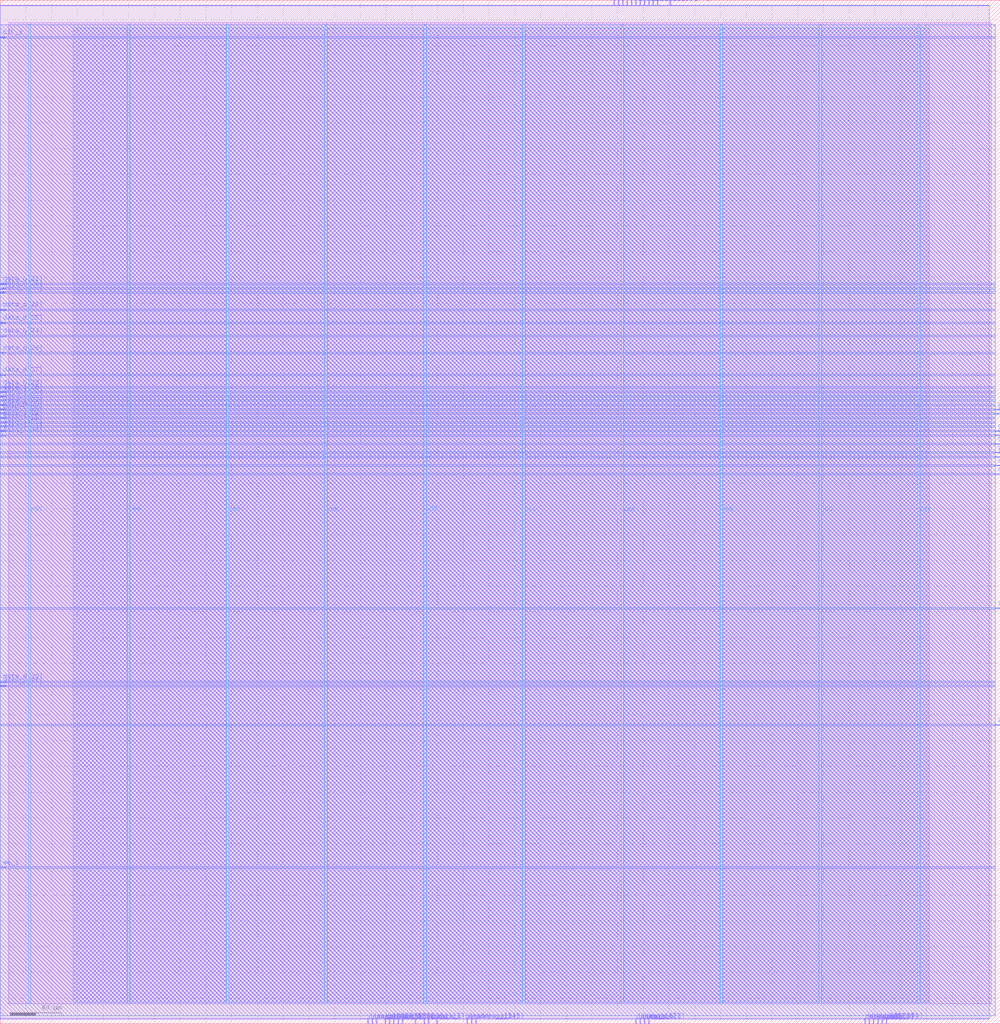
<source format=lef>
VERSION 5.7 ;
  NOWIREEXTENSIONATPIN ON ;
  DIVIDERCHAR "/" ;
  BUSBITCHARS "[]" ;
MACRO ram_6x64
  CLASS BLOCK ;
  FOREIGN ram_6x64 ;
  ORIGIN 0.000 0.000 ;
  SIZE 777.420 BY 795.340 ;
  PIN address_i[0]
    DIRECTION INPUT ;
    USE SIGNAL ;
    ANTENNAGATEAREA 0.726000 ;
    ANTENNADIFFAREA 0.410400 ;
    PORT
      LAYER Metal3 ;
        RECT 773.420 440.160 777.420 440.720 ;
    END
  END address_i[0]
  PIN address_i[1]
    DIRECTION INPUT ;
    USE SIGNAL ;
    ANTENNAGATEAREA 1.102000 ;
    ANTENNADIFFAREA 0.410400 ;
    PORT
      LAYER Metal3 ;
        RECT 773.420 231.840 777.420 232.400 ;
    END
  END address_i[1]
  PIN address_i[2]
    DIRECTION INPUT ;
    USE SIGNAL ;
    ANTENNAGATEAREA 0.726000 ;
    ANTENNADIFFAREA 0.410400 ;
    PORT
      LAYER Metal3 ;
        RECT 773.420 322.560 777.420 323.120 ;
    END
  END address_i[2]
  PIN address_i[3]
    DIRECTION INPUT ;
    USE SIGNAL ;
    ANTENNAGATEAREA 0.726000 ;
    ANTENNADIFFAREA 0.410400 ;
    PORT
      LAYER Metal2 ;
        RECT 362.880 0.000 363.440 4.000 ;
    END
  END address_i[3]
  PIN address_i[4]
    DIRECTION INPUT ;
    USE SIGNAL ;
    ANTENNAGATEAREA 1.102000 ;
    ANTENNADIFFAREA 0.410400 ;
    PORT
      LAYER Metal2 ;
        RECT 366.240 0.000 366.800 4.000 ;
    END
  END address_i[4]
  PIN address_i[5]
    DIRECTION INPUT ;
    USE SIGNAL ;
    ANTENNAGATEAREA 1.183000 ;
    ANTENNADIFFAREA 0.410400 ;
    PORT
      LAYER Metal2 ;
        RECT 369.600 0.000 370.160 4.000 ;
    END
  END address_i[5]
  PIN clk_i
    DIRECTION INPUT ;
    USE SIGNAL ;
    ANTENNAGATEAREA 4.738000 ;
    ANTENNADIFFAREA 0.410400 ;
    PORT
      LAYER Metal3 ;
        RECT 0.000 766.080 4.000 766.640 ;
    END
  END clk_i
  PIN data_i[0]
    DIRECTION INPUT ;
    USE SIGNAL ;
    ANTENNAGATEAREA 0.741000 ;
    ANTENNADIFFAREA 0.410400 ;
    PORT
      LAYER Metal2 ;
        RECT 339.360 0.000 339.920 4.000 ;
    END
  END data_i[0]
  PIN data_i[10]
    DIRECTION INPUT ;
    USE SIGNAL ;
    ANTENNAGATEAREA 0.726000 ;
    ANTENNADIFFAREA 0.410400 ;
    PORT
      LAYER Metal3 ;
        RECT 773.420 426.720 777.420 427.280 ;
    END
  END data_i[10]
  PIN data_i[11]
    DIRECTION INPUT ;
    USE SIGNAL ;
    ANTENNAGATEAREA 0.726000 ;
    ANTENNADIFFAREA 0.410400 ;
    PORT
      LAYER Metal3 ;
        RECT 773.420 433.440 777.420 434.000 ;
    END
  END data_i[11]
  PIN data_i[12]
    DIRECTION INPUT ;
    USE SIGNAL ;
    ANTENNAGATEAREA 0.726000 ;
    ANTENNADIFFAREA 0.410400 ;
    PORT
      LAYER Metal3 ;
        RECT 773.420 443.520 777.420 444.080 ;
    END
  END data_i[12]
  PIN data_i[13]
    DIRECTION INPUT ;
    USE SIGNAL ;
    ANTENNAGATEAREA 0.726000 ;
    ANTENNADIFFAREA 0.410400 ;
    PORT
      LAYER Metal3 ;
        RECT 773.420 450.240 777.420 450.800 ;
    END
  END data_i[13]
  PIN data_i[14]
    DIRECTION INPUT ;
    USE SIGNAL ;
    ANTENNAGATEAREA 1.102000 ;
    ANTENNADIFFAREA 0.410400 ;
    PORT
      LAYER Metal2 ;
        RECT 487.200 791.340 487.760 795.340 ;
    END
  END data_i[14]
  PIN data_i[15]
    DIRECTION INPUT ;
    USE SIGNAL ;
    ANTENNAGATEAREA 0.498500 ;
    ANTENNADIFFAREA 0.410400 ;
    PORT
      LAYER Metal2 ;
        RECT 477.120 791.340 477.680 795.340 ;
    END
  END data_i[15]
  PIN data_i[16]
    DIRECTION INPUT ;
    USE SIGNAL ;
    ANTENNAGATEAREA 0.498500 ;
    ANTENNADIFFAREA 0.410400 ;
    PORT
      LAYER Metal2 ;
        RECT 480.480 791.340 481.040 795.340 ;
    END
  END data_i[16]
  PIN data_i[17]
    DIRECTION INPUT ;
    USE SIGNAL ;
    ANTENNAGATEAREA 0.498500 ;
    ANTENNADIFFAREA 0.410400 ;
    PORT
      LAYER Metal2 ;
        RECT 483.840 791.340 484.400 795.340 ;
    END
  END data_i[17]
  PIN data_i[18]
    DIRECTION INPUT ;
    USE SIGNAL ;
    ANTENNAGATEAREA 0.726000 ;
    ANTENNADIFFAREA 0.410400 ;
    PORT
      LAYER Metal2 ;
        RECT 490.560 791.340 491.120 795.340 ;
    END
  END data_i[18]
  PIN data_i[19]
    DIRECTION INPUT ;
    USE SIGNAL ;
    ANTENNAGATEAREA 0.726000 ;
    ANTENNADIFFAREA 0.410400 ;
    PORT
      LAYER Metal2 ;
        RECT 493.920 791.340 494.480 795.340 ;
    END
  END data_i[19]
  PIN data_i[1]
    DIRECTION INPUT ;
    USE SIGNAL ;
    ANTENNAGATEAREA 0.741000 ;
    ANTENNADIFFAREA 0.410400 ;
    PORT
      LAYER Metal2 ;
        RECT 329.280 0.000 329.840 4.000 ;
    END
  END data_i[1]
  PIN data_i[20]
    DIRECTION INPUT ;
    USE SIGNAL ;
    ANTENNAGATEAREA 0.498500 ;
    ANTENNADIFFAREA 0.410400 ;
    PORT
      LAYER Metal3 ;
        RECT 0.000 456.960 4.000 457.520 ;
    END
  END data_i[20]
  PIN data_i[21]
    DIRECTION INPUT ;
    USE SIGNAL ;
    ANTENNAGATEAREA 0.498500 ;
    ANTENNADIFFAREA 0.410400 ;
    PORT
      LAYER Metal3 ;
        RECT 0.000 460.320 4.000 460.880 ;
    END
  END data_i[21]
  PIN data_i[22]
    DIRECTION INPUT ;
    USE SIGNAL ;
    ANTENNAGATEAREA 0.498500 ;
    ANTENNADIFFAREA 0.410400 ;
    PORT
      LAYER Metal3 ;
        RECT 0.000 483.840 4.000 484.400 ;
    END
  END data_i[22]
  PIN data_i[23]
    DIRECTION INPUT ;
    USE SIGNAL ;
    ANTENNAGATEAREA 0.498500 ;
    ANTENNADIFFAREA 0.410400 ;
    PORT
      LAYER Metal3 ;
        RECT 0.000 463.680 4.000 464.240 ;
    END
  END data_i[23]
  PIN data_i[24]
    DIRECTION INPUT ;
    USE SIGNAL ;
    ANTENNAGATEAREA 0.498500 ;
    ANTENNADIFFAREA 0.410400 ;
    PORT
      LAYER Metal3 ;
        RECT 0.000 470.400 4.000 470.960 ;
    END
  END data_i[24]
  PIN data_i[25]
    DIRECTION INPUT ;
    USE SIGNAL ;
    ANTENNAGATEAREA 0.498500 ;
    ANTENNADIFFAREA 0.410400 ;
    PORT
      LAYER Metal3 ;
        RECT 0.000 473.760 4.000 474.320 ;
    END
  END data_i[25]
  PIN data_i[26]
    DIRECTION INPUT ;
    USE SIGNAL ;
    ANTENNAGATEAREA 0.498500 ;
    ANTENNADIFFAREA 0.410400 ;
    PORT
      LAYER Metal3 ;
        RECT 0.000 490.560 4.000 491.120 ;
    END
  END data_i[26]
  PIN data_i[27]
    DIRECTION INPUT ;
    USE SIGNAL ;
    ANTENNAGATEAREA 0.498500 ;
    ANTENNADIFFAREA 0.410400 ;
    PORT
      LAYER Metal3 ;
        RECT 0.000 480.480 4.000 481.040 ;
    END
  END data_i[27]
  PIN data_i[28]
    DIRECTION INPUT ;
    USE SIGNAL ;
    ANTENNAGATEAREA 0.741000 ;
    ANTENNADIFFAREA 0.410400 ;
    PORT
      LAYER Metal3 ;
        RECT 0.000 467.040 4.000 467.600 ;
    END
  END data_i[28]
  PIN data_i[29]
    DIRECTION INPUT ;
    USE SIGNAL ;
    ANTENNAGATEAREA 0.498500 ;
    ANTENNADIFFAREA 0.410400 ;
    PORT
      LAYER Metal3 ;
        RECT 0.000 487.200 4.000 487.760 ;
    END
  END data_i[29]
  PIN data_i[2]
    DIRECTION INPUT ;
    USE SIGNAL ;
    ANTENNAGATEAREA 0.741000 ;
    ANTENNADIFFAREA 0.410400 ;
    PORT
      LAYER Metal2 ;
        RECT 312.480 0.000 313.040 4.000 ;
    END
  END data_i[2]
  PIN data_i[30]
    DIRECTION INPUT ;
    USE SIGNAL ;
    ANTENNAGATEAREA 0.498500 ;
    ANTENNADIFFAREA 0.410400 ;
    PORT
      LAYER Metal2 ;
        RECT 285.600 0.000 286.160 4.000 ;
    END
  END data_i[30]
  PIN data_i[31]
    DIRECTION INPUT ;
    USE SIGNAL ;
    ANTENNAGATEAREA 0.498500 ;
    ANTENNADIFFAREA 0.410400 ;
    PORT
      LAYER Metal2 ;
        RECT 288.960 0.000 289.520 4.000 ;
    END
  END data_i[31]
  PIN data_i[3]
    DIRECTION INPUT ;
    USE SIGNAL ;
    ANTENNAGATEAREA 0.741000 ;
    ANTENNADIFFAREA 0.410400 ;
    PORT
      LAYER Metal2 ;
        RECT 332.640 0.000 333.200 4.000 ;
    END
  END data_i[3]
  PIN data_i[4]
    DIRECTION INPUT ;
    USE SIGNAL ;
    ANTENNAGATEAREA 0.741000 ;
    ANTENNADIFFAREA 0.410400 ;
    PORT
      LAYER Metal2 ;
        RECT 322.560 0.000 323.120 4.000 ;
    END
  END data_i[4]
  PIN data_i[5]
    DIRECTION INPUT ;
    USE SIGNAL ;
    ANTENNAGATEAREA 0.498500 ;
    ANTENNADIFFAREA 0.410400 ;
    PORT
      LAYER Metal2 ;
        RECT 305.760 0.000 306.320 4.000 ;
    END
  END data_i[5]
  PIN data_i[6]
    DIRECTION INPUT ;
    USE SIGNAL ;
    ANTENNAGATEAREA 0.741000 ;
    ANTENNADIFFAREA 0.410400 ;
    PORT
      LAYER Metal2 ;
        RECT 309.120 0.000 309.680 4.000 ;
    END
  END data_i[6]
  PIN data_i[7]
    DIRECTION INPUT ;
    USE SIGNAL ;
    ANTENNAGATEAREA 0.741000 ;
    ANTENNADIFFAREA 0.410400 ;
    PORT
      LAYER Metal2 ;
        RECT 299.040 0.000 299.600 4.000 ;
    END
  END data_i[7]
  PIN data_i[8]
    DIRECTION INPUT ;
    USE SIGNAL ;
    ANTENNAGATEAREA 0.726000 ;
    ANTENNADIFFAREA 0.410400 ;
    PORT
      LAYER Metal2 ;
        RECT 292.320 0.000 292.880 4.000 ;
    END
  END data_i[8]
  PIN data_i[9]
    DIRECTION INPUT ;
    USE SIGNAL ;
    ANTENNAGATEAREA 0.498500 ;
    ANTENNADIFFAREA 0.410400 ;
    PORT
      LAYER Metal2 ;
        RECT 302.400 0.000 302.960 4.000 ;
    END
  END data_i[9]
  PIN data_o[0]
    DIRECTION OUTPUT TRISTATE ;
    USE SIGNAL ;
    ANTENNADIFFAREA 2.080400 ;
    PORT
      LAYER Metal2 ;
        RECT 497.280 0.000 497.840 4.000 ;
    END
  END data_o[0]
  PIN data_o[10]
    DIRECTION OUTPUT TRISTATE ;
    USE SIGNAL ;
    ANTENNADIFFAREA 2.080400 ;
    PORT
      LAYER Metal3 ;
        RECT 773.420 460.320 777.420 460.880 ;
    END
  END data_o[10]
  PIN data_o[11]
    DIRECTION OUTPUT TRISTATE ;
    USE SIGNAL ;
    ANTENNADIFFAREA 2.080400 ;
    PORT
      LAYER Metal2 ;
        RECT 507.360 791.340 507.920 795.340 ;
    END
  END data_o[11]
  PIN data_o[12]
    DIRECTION OUTPUT TRISTATE ;
    USE SIGNAL ;
    ANTENNADIFFAREA 1.986000 ;
    PORT
      LAYER Metal3 ;
        RECT 773.420 456.960 777.420 457.520 ;
    END
  END data_o[12]
  PIN data_o[13]
    DIRECTION OUTPUT TRISTATE ;
    USE SIGNAL ;
    ANTENNADIFFAREA 2.080400 ;
    PORT
      LAYER Metal2 ;
        RECT 504.000 791.340 504.560 795.340 ;
    END
  END data_o[13]
  PIN data_o[14]
    DIRECTION OUTPUT TRISTATE ;
    USE SIGNAL ;
    ANTENNADIFFAREA 2.080400 ;
    PORT
      LAYER Metal3 ;
        RECT 773.420 477.120 777.420 477.680 ;
    END
  END data_o[14]
  PIN data_o[15]
    DIRECTION OUTPUT TRISTATE ;
    USE SIGNAL ;
    ANTENNADIFFAREA 1.986000 ;
    PORT
      LAYER Metal3 ;
        RECT 773.420 473.760 777.420 474.320 ;
    END
  END data_o[15]
  PIN data_o[16]
    DIRECTION OUTPUT TRISTATE ;
    USE SIGNAL ;
    ANTENNADIFFAREA 2.080400 ;
    PORT
      LAYER Metal2 ;
        RECT 520.800 791.340 521.360 795.340 ;
    END
  END data_o[16]
  PIN data_o[17]
    DIRECTION OUTPUT TRISTATE ;
    USE SIGNAL ;
    ANTENNADIFFAREA 2.080400 ;
    PORT
      LAYER Metal2 ;
        RECT 500.640 791.340 501.200 795.340 ;
    END
  END data_o[17]
  PIN data_o[18]
    DIRECTION OUTPUT TRISTATE ;
    USE SIGNAL ;
    ANTENNADIFFAREA 2.080400 ;
    PORT
      LAYER Metal2 ;
        RECT 510.720 791.340 511.280 795.340 ;
    END
  END data_o[18]
  PIN data_o[19]
    DIRECTION OUTPUT TRISTATE ;
    USE SIGNAL ;
    ANTENNADIFFAREA 2.080400 ;
    PORT
      LAYER Metal2 ;
        RECT 497.280 791.340 497.840 795.340 ;
    END
  END data_o[19]
  PIN data_o[1]
    DIRECTION OUTPUT TRISTATE ;
    USE SIGNAL ;
    ANTENNADIFFAREA 2.080400 ;
    PORT
      LAYER Metal2 ;
        RECT 493.920 0.000 494.480 4.000 ;
    END
  END data_o[1]
  PIN data_o[20]
    DIRECTION OUTPUT TRISTATE ;
    USE SIGNAL ;
    ANTENNADIFFAREA 1.986000 ;
    PORT
      LAYER Metal3 ;
        RECT 0.000 571.200 4.000 571.760 ;
    END
  END data_o[20]
  PIN data_o[21]
    DIRECTION OUTPUT TRISTATE ;
    USE SIGNAL ;
    ANTENNADIFFAREA 1.986000 ;
    PORT
      LAYER Metal3 ;
        RECT 0.000 574.560 4.000 575.120 ;
    END
  END data_o[21]
  PIN data_o[22]
    DIRECTION OUTPUT TRISTATE ;
    USE SIGNAL ;
    ANTENNADIFFAREA 1.986000 ;
    PORT
      LAYER Metal3 ;
        RECT 0.000 554.400 4.000 554.960 ;
    END
  END data_o[22]
  PIN data_o[23]
    DIRECTION OUTPUT TRISTATE ;
    USE SIGNAL ;
    ANTENNADIFFAREA 1.986000 ;
    PORT
      LAYER Metal3 ;
        RECT 0.000 567.840 4.000 568.400 ;
    END
  END data_o[23]
  PIN data_o[24]
    DIRECTION OUTPUT TRISTATE ;
    USE SIGNAL ;
    ANTENNADIFFAREA 1.986000 ;
    PORT
      LAYER Metal3 ;
        RECT 0.000 534.240 4.000 534.800 ;
    END
  END data_o[24]
  PIN data_o[25]
    DIRECTION OUTPUT TRISTATE ;
    USE SIGNAL ;
    ANTENNADIFFAREA 2.080400 ;
    PORT
      LAYER Metal3 ;
        RECT 0.000 544.320 4.000 544.880 ;
    END
  END data_o[25]
  PIN data_o[26]
    DIRECTION OUTPUT TRISTATE ;
    USE SIGNAL ;
    ANTENNADIFFAREA 1.986000 ;
    PORT
      LAYER Metal3 ;
        RECT 0.000 520.800 4.000 521.360 ;
    END
  END data_o[26]
  PIN data_o[27]
    DIRECTION OUTPUT TRISTATE ;
    USE SIGNAL ;
    ANTENNADIFFAREA 1.986000 ;
    PORT
      LAYER Metal3 ;
        RECT 0.000 504.000 4.000 504.560 ;
    END
  END data_o[27]
  PIN data_o[28]
    DIRECTION OUTPUT TRISTATE ;
    USE SIGNAL ;
    ANTENNADIFFAREA 2.080400 ;
    PORT
      LAYER Metal3 ;
        RECT 0.000 493.920 4.000 494.480 ;
    END
  END data_o[28]
  PIN data_o[29]
    DIRECTION OUTPUT TRISTATE ;
    USE SIGNAL ;
    ANTENNADIFFAREA 2.080400 ;
    PORT
      LAYER Metal3 ;
        RECT 0.000 477.120 4.000 477.680 ;
    END
  END data_o[29]
  PIN data_o[2]
    DIRECTION OUTPUT TRISTATE ;
    USE SIGNAL ;
    ANTENNADIFFAREA 2.080400 ;
    PORT
      LAYER Metal2 ;
        RECT 500.640 0.000 501.200 4.000 ;
    END
  END data_o[2]
  PIN data_o[30]
    DIRECTION OUTPUT TRISTATE ;
    USE SIGNAL ;
    ANTENNADIFFAREA 1.986000 ;
    PORT
      LAYER Metal3 ;
        RECT 0.000 265.440 4.000 266.000 ;
    END
  END data_o[30]
  PIN data_o[31]
    DIRECTION OUTPUT TRISTATE ;
    USE SIGNAL ;
    ANTENNADIFFAREA 1.986000 ;
    PORT
      LAYER Metal3 ;
        RECT 0.000 262.080 4.000 262.640 ;
    END
  END data_o[31]
  PIN data_o[3]
    DIRECTION OUTPUT TRISTATE ;
    USE SIGNAL ;
    ANTENNADIFFAREA 2.080400 ;
    PORT
      LAYER Metal2 ;
        RECT 504.000 0.000 504.560 4.000 ;
    END
  END data_o[3]
  PIN data_o[4]
    DIRECTION OUTPUT TRISTATE ;
    USE SIGNAL ;
    ANTENNADIFFAREA 2.080400 ;
    PORT
      LAYER Metal2 ;
        RECT 688.800 0.000 689.360 4.000 ;
    END
  END data_o[4]
  PIN data_o[5]
    DIRECTION OUTPUT TRISTATE ;
    USE SIGNAL ;
    ANTENNADIFFAREA 2.080400 ;
    PORT
      LAYER Metal2 ;
        RECT 675.360 0.000 675.920 4.000 ;
    END
  END data_o[5]
  PIN data_o[6]
    DIRECTION OUTPUT TRISTATE ;
    USE SIGNAL ;
    ANTENNADIFFAREA 2.080400 ;
    PORT
      LAYER Metal2 ;
        RECT 682.080 0.000 682.640 4.000 ;
    END
  END data_o[6]
  PIN data_o[7]
    DIRECTION OUTPUT TRISTATE ;
    USE SIGNAL ;
    ANTENNADIFFAREA 2.080400 ;
    PORT
      LAYER Metal2 ;
        RECT 678.720 0.000 679.280 4.000 ;
    END
  END data_o[7]
  PIN data_o[8]
    DIRECTION OUTPUT TRISTATE ;
    USE SIGNAL ;
    ANTENNADIFFAREA 2.080400 ;
    PORT
      LAYER Metal2 ;
        RECT 672.000 0.000 672.560 4.000 ;
    END
  END data_o[8]
  PIN data_o[9]
    DIRECTION OUTPUT TRISTATE ;
    USE SIGNAL ;
    ANTENNADIFFAREA 2.080400 ;
    PORT
      LAYER Metal2 ;
        RECT 685.440 0.000 686.000 4.000 ;
    END
  END data_o[9]
  PIN vdd
    DIRECTION INOUT ;
    USE POWER ;
    PORT
      LAYER Metal4 ;
        RECT 22.240 15.380 23.840 776.460 ;
    END
    PORT
      LAYER Metal4 ;
        RECT 175.840 15.380 177.440 776.460 ;
    END
    PORT
      LAYER Metal4 ;
        RECT 329.440 15.380 331.040 776.460 ;
    END
    PORT
      LAYER Metal4 ;
        RECT 483.040 15.380 484.640 776.460 ;
    END
    PORT
      LAYER Metal4 ;
        RECT 636.640 15.380 638.240 776.460 ;
    END
  END vdd
  PIN vss
    DIRECTION INOUT ;
    USE GROUND ;
    PORT
      LAYER Metal4 ;
        RECT 99.040 15.380 100.640 776.460 ;
    END
    PORT
      LAYER Metal4 ;
        RECT 252.640 15.380 254.240 776.460 ;
    END
    PORT
      LAYER Metal4 ;
        RECT 406.240 15.380 407.840 776.460 ;
    END
    PORT
      LAYER Metal4 ;
        RECT 559.840 15.380 561.440 776.460 ;
    END
    PORT
      LAYER Metal4 ;
        RECT 713.440 15.380 715.040 776.460 ;
    END
  END vss
  PIN we_i
    DIRECTION INPUT ;
    USE SIGNAL ;
    ANTENNAGATEAREA 0.726000 ;
    ANTENNADIFFAREA 0.410400 ;
    PORT
      LAYER Metal3 ;
        RECT 0.000 120.960 4.000 121.520 ;
    END
  END we_i
  OBS
      LAYER Metal1 ;
        RECT 6.720 15.380 770.560 777.690 ;
      LAYER Metal2 ;
        RECT 0.140 791.040 476.820 791.340 ;
        RECT 477.980 791.040 480.180 791.340 ;
        RECT 481.340 791.040 483.540 791.340 ;
        RECT 484.700 791.040 486.900 791.340 ;
        RECT 488.060 791.040 490.260 791.340 ;
        RECT 491.420 791.040 493.620 791.340 ;
        RECT 494.780 791.040 496.980 791.340 ;
        RECT 498.140 791.040 500.340 791.340 ;
        RECT 501.500 791.040 503.700 791.340 ;
        RECT 504.860 791.040 507.060 791.340 ;
        RECT 508.220 791.040 510.420 791.340 ;
        RECT 511.580 791.040 520.500 791.340 ;
        RECT 521.660 791.040 768.740 791.340 ;
        RECT 0.140 4.300 768.740 791.040 ;
        RECT 0.140 3.500 285.300 4.300 ;
        RECT 286.460 3.500 288.660 4.300 ;
        RECT 289.820 3.500 292.020 4.300 ;
        RECT 293.180 3.500 298.740 4.300 ;
        RECT 299.900 3.500 302.100 4.300 ;
        RECT 303.260 3.500 305.460 4.300 ;
        RECT 306.620 3.500 308.820 4.300 ;
        RECT 309.980 3.500 312.180 4.300 ;
        RECT 313.340 3.500 322.260 4.300 ;
        RECT 323.420 3.500 328.980 4.300 ;
        RECT 330.140 3.500 332.340 4.300 ;
        RECT 333.500 3.500 339.060 4.300 ;
        RECT 340.220 3.500 362.580 4.300 ;
        RECT 363.740 3.500 365.940 4.300 ;
        RECT 367.100 3.500 369.300 4.300 ;
        RECT 370.460 3.500 493.620 4.300 ;
        RECT 494.780 3.500 496.980 4.300 ;
        RECT 498.140 3.500 500.340 4.300 ;
        RECT 501.500 3.500 503.700 4.300 ;
        RECT 504.860 3.500 671.700 4.300 ;
        RECT 672.860 3.500 675.060 4.300 ;
        RECT 676.220 3.500 678.420 4.300 ;
        RECT 679.580 3.500 681.780 4.300 ;
        RECT 682.940 3.500 685.140 4.300 ;
        RECT 686.300 3.500 688.500 4.300 ;
        RECT 689.660 3.500 768.740 4.300 ;
      LAYER Metal3 ;
        RECT 0.090 766.940 773.420 776.300 ;
        RECT 4.300 765.780 773.420 766.940 ;
        RECT 0.090 575.420 773.420 765.780 ;
        RECT 4.300 574.260 773.420 575.420 ;
        RECT 0.090 572.060 773.420 574.260 ;
        RECT 4.300 570.900 773.420 572.060 ;
        RECT 0.090 568.700 773.420 570.900 ;
        RECT 4.300 567.540 773.420 568.700 ;
        RECT 0.090 555.260 773.420 567.540 ;
        RECT 4.300 554.100 773.420 555.260 ;
        RECT 0.090 545.180 773.420 554.100 ;
        RECT 4.300 544.020 773.420 545.180 ;
        RECT 0.090 535.100 773.420 544.020 ;
        RECT 4.300 533.940 773.420 535.100 ;
        RECT 0.090 521.660 773.420 533.940 ;
        RECT 4.300 520.500 773.420 521.660 ;
        RECT 0.090 504.860 773.420 520.500 ;
        RECT 4.300 503.700 773.420 504.860 ;
        RECT 0.090 494.780 773.420 503.700 ;
        RECT 4.300 493.620 773.420 494.780 ;
        RECT 0.090 491.420 773.420 493.620 ;
        RECT 4.300 490.260 773.420 491.420 ;
        RECT 0.090 488.060 773.420 490.260 ;
        RECT 4.300 486.900 773.420 488.060 ;
        RECT 0.090 484.700 773.420 486.900 ;
        RECT 4.300 483.540 773.420 484.700 ;
        RECT 0.090 481.340 773.420 483.540 ;
        RECT 4.300 480.180 773.420 481.340 ;
        RECT 0.090 477.980 773.420 480.180 ;
        RECT 4.300 476.820 773.120 477.980 ;
        RECT 0.090 474.620 773.420 476.820 ;
        RECT 4.300 473.460 773.120 474.620 ;
        RECT 0.090 471.260 773.420 473.460 ;
        RECT 4.300 470.100 773.420 471.260 ;
        RECT 0.090 467.900 773.420 470.100 ;
        RECT 4.300 466.740 773.420 467.900 ;
        RECT 0.090 464.540 773.420 466.740 ;
        RECT 4.300 463.380 773.420 464.540 ;
        RECT 0.090 461.180 773.420 463.380 ;
        RECT 4.300 460.020 773.120 461.180 ;
        RECT 0.090 457.820 773.420 460.020 ;
        RECT 4.300 456.660 773.120 457.820 ;
        RECT 0.090 451.100 773.420 456.660 ;
        RECT 0.090 449.940 773.120 451.100 ;
        RECT 0.090 444.380 773.420 449.940 ;
        RECT 0.090 443.220 773.120 444.380 ;
        RECT 0.090 441.020 773.420 443.220 ;
        RECT 0.090 439.860 773.120 441.020 ;
        RECT 0.090 434.300 773.420 439.860 ;
        RECT 0.090 433.140 773.120 434.300 ;
        RECT 0.090 427.580 773.420 433.140 ;
        RECT 0.090 426.420 773.120 427.580 ;
        RECT 0.090 323.420 773.420 426.420 ;
        RECT 0.090 322.260 773.120 323.420 ;
        RECT 0.090 266.300 773.420 322.260 ;
        RECT 4.300 265.140 773.420 266.300 ;
        RECT 0.090 262.940 773.420 265.140 ;
        RECT 4.300 261.780 773.420 262.940 ;
        RECT 0.090 232.700 773.420 261.780 ;
        RECT 0.090 231.540 773.120 232.700 ;
        RECT 0.090 121.820 773.420 231.540 ;
        RECT 4.300 120.660 773.420 121.820 ;
        RECT 0.090 6.300 773.420 120.660 ;
      LAYER Metal4 ;
        RECT 56.700 16.890 98.740 773.830 ;
        RECT 100.940 16.890 175.540 773.830 ;
        RECT 177.740 16.890 252.340 773.830 ;
        RECT 254.540 16.890 329.140 773.830 ;
        RECT 331.340 16.890 405.940 773.830 ;
        RECT 408.140 16.890 482.740 773.830 ;
        RECT 484.940 16.890 559.540 773.830 ;
        RECT 561.740 16.890 636.340 773.830 ;
        RECT 638.540 16.890 713.140 773.830 ;
        RECT 715.340 16.890 722.260 773.830 ;
  END
END ram_6x64
END LIBRARY


</source>
